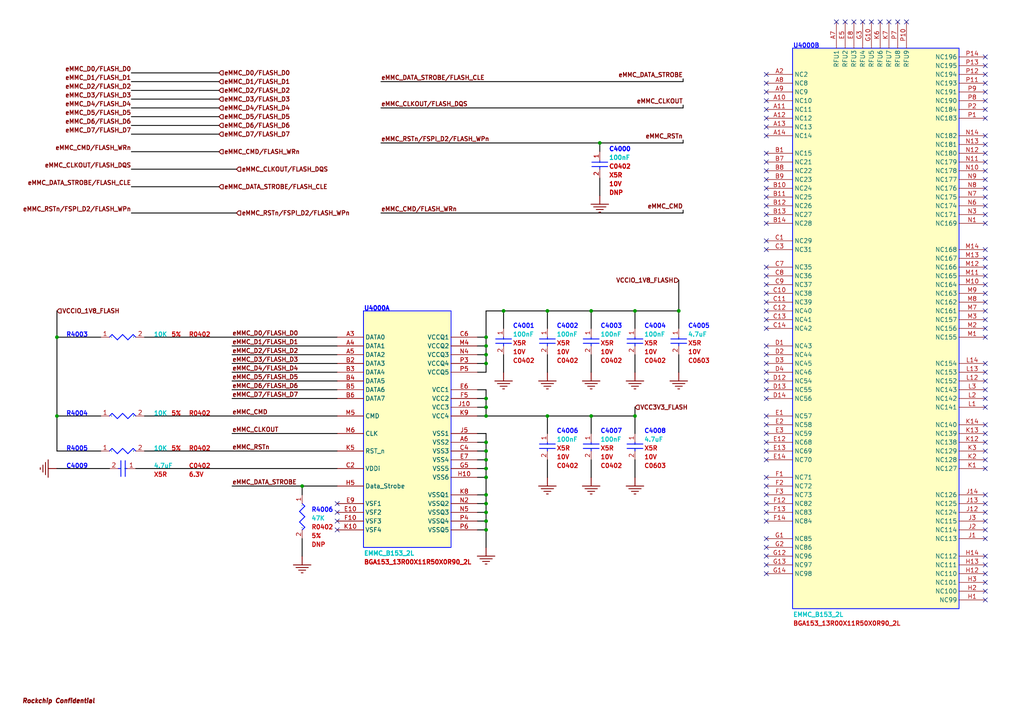
<source format=kicad_sch>
(kicad_sch (version 20231120) (generator "eeschema") (generator_version "8.0")
  (paper "User" 297.002 210.007)
  (lib_symbols
    (symbol "total-altium-import:26_0_CAP NP"
      (symbol "26_0_CAP NP_1_0"
        (polyline (pts (xy 0.254 -1.778) (xy 4.826 -1.778)) (stroke (width 0.254) (color 0 11 255 1)))
        (polyline (pts (xy 0.254 -0.508) (xy 4.826 -0.508)) (stroke (width 0.254) (color 0 11 255 1)))
        (polyline (pts (xy 2.54 -2.54) (xy 2.54 -1.778)) (stroke (width 0.254) (color 0 11 255 1)))
        (polyline (pts (xy 2.54 0) (xy 2.54 -0.508)) (stroke (width 0.254) (color 0 11 255 1)))
        (pin passive line (at 2.54 2.54 270) (length 2.54) (name "1") (number "1"))
        (pin passive line (at 2.54 -5.08 90) (length 2.54) (name "2") (number "2"))
      )
    )
    (symbol "total-altium-import:26_0_INAND_EMMC_153_2L"
      (symbol "26_0_INAND_EMMC_153_2L_1_0"
        (rectangle (start 25.4 0) (end 0 -68.58) (stroke (width 0.254) (color 0 11 255 1)) (fill (type background)))
        (pin passive line (at -7.62 -7.62 0) (length 7.62) (name "DATA0") (number "A3"))
        (pin passive line (at -7.62 -10.16 0) (length 7.62) (name "DATA1") (number "A4"))
        (pin passive line (at -7.62 -12.7 0) (length 7.62) (name "DATA2") (number "A5"))
        (pin passive line (at 33.02 -38.1 180) (length 7.62) (name "VSS2") (number "A6"))
        (pin passive line (at -7.62 -15.24 0) (length 7.62) (name "DATA3") (number "B2"))
        (pin passive line (at -7.62 -17.78 0) (length 7.62) (name "DATA4") (number "B3"))
        (pin passive line (at -7.62 -20.32 0) (length 7.62) (name "DATA5") (number "B4"))
        (pin passive line (at -7.62 -22.86 0) (length 7.62) (name "DATA6") (number "B5"))
        (pin passive line (at -7.62 -25.4 0) (length 7.62) (name "DATA7") (number "B6"))
        (pin passive line (at -7.62 -45.72 0) (length 7.62) (name "VDDi") (number "C2"))
        (pin passive line (at 33.02 -40.64 180) (length 7.62) (name "VSS3") (number "C4"))
        (pin passive line (at 33.02 -7.62 180) (length 7.62) (name "VCCQ1") (number "C6"))
        (pin passive line (at -7.62 -58.42 0) (length 7.62) (name "VSF2") (number "E10"))
        (pin passive line (at 33.02 -22.86 180) (length 7.62) (name "VCC1") (number "E6"))
        (pin passive line (at 33.02 -43.18 180) (length 7.62) (name "VSS4") (number "E7"))
        (pin passive line (at -7.62 -55.88 0) (length 7.62) (name "VSF1") (number "E9"))
        (pin passive line (at -7.62 -60.96 0) (length 7.62) (name "VSF3") (number "F10"))
        (pin passive line (at 33.02 -25.4 180) (length 7.62) (name "VCC2") (number "F5"))
        (pin passive line (at 33.02 -45.72 180) (length 7.62) (name "VSS5") (number "G5"))
        (pin passive line (at 33.02 -48.26 180) (length 7.62) (name "VSS6") (number "H10"))
        (pin passive line (at -7.62 -50.8 0) (length 7.62) (name "Data_Strobe") (number "H5"))
        (pin passive line (at 33.02 -27.94 180) (length 7.62) (name "VCC3") (number "J10"))
        (pin passive line (at 33.02 -35.56 180) (length 7.62) (name "VSS1") (number "J5"))
        (pin passive line (at -7.62 -63.5 0) (length 7.62) (name "VSF4") (number "K10"))
        (pin passive line (at -7.62 -40.64 0) (length 7.62) (name "RST_n") (number "K5"))
        (pin passive line (at 33.02 -53.34 180) (length 7.62) (name "VSSQ1") (number "K8"))
        (pin passive line (at 33.02 -30.48 180) (length 7.62) (name "VCC4") (number "K9"))
        (pin passive line (at 33.02 -10.16 180) (length 7.62) (name "VCCQ2") (number "M4"))
        (pin passive line (at -7.62 -30.48 0) (length 7.62) (name "CMD") (number "M5"))
        (pin passive line (at -7.62 -35.56 0) (length 7.62) (name "CLK") (number "M6"))
        (pin passive line (at 33.02 -55.88 180) (length 7.62) (name "VSSQ2") (number "N2"))
        (pin passive line (at 33.02 -12.7 180) (length 7.62) (name "VCCQ3") (number "N4"))
        (pin passive line (at 33.02 -58.42 180) (length 7.62) (name "VSSQ3") (number "N5"))
        (pin passive line (at 33.02 -15.24 180) (length 7.62) (name "VCCQ4") (number "P3"))
        (pin passive line (at 33.02 -60.96 180) (length 7.62) (name "VSSQ4") (number "P4"))
        (pin passive line (at 33.02 -17.78 180) (length 7.62) (name "VCCQ5") (number "P5"))
        (pin passive line (at 33.02 -63.5 180) (length 7.62) (name "VSSQ5") (number "P6"))
      )
      (symbol "26_0_INAND_EMMC_153_2L_2_0"
        (rectangle (start 48.26 0) (end 0 -162.56) (stroke (width 0.254) (color 0 11 255 1)) (fill (type background)))
        (pin passive line (at -7.62 -15.24 0) (length 7.62) (name "NC10") (number "A10"))
        (pin passive line (at -7.62 -17.78 0) (length 7.62) (name "NC11") (number "A11"))
        (pin passive line (at -7.62 -20.32 0) (length 7.62) (name "NC12") (number "A12"))
        (pin passive line (at -7.62 -22.86 0) (length 7.62) (name "NC13") (number "A13"))
        (pin passive line (at -7.62 -25.4 0) (length 7.62) (name "NC14") (number "A14"))
        (pin passive line (at -7.62 -7.62 0) (length 7.62) (name "NC2") (number "A2"))
        (pin passive line (at 12.7 7.62 270) (length 7.62) (name "RFU1") (number "A7"))
        (pin passive line (at -7.62 -10.16 0) (length 7.62) (name "NC8") (number "A8"))
        (pin passive line (at -7.62 -12.7 0) (length 7.62) (name "NC9") (number "A9"))
        (pin passive line (at -7.62 -30.48 0) (length 7.62) (name "NC15") (number "B1"))
        (pin passive line (at -7.62 -40.64 0) (length 7.62) (name "NC24") (number "B10"))
        (pin passive line (at -7.62 -43.18 0) (length 7.62) (name "NC25") (number "B11"))
        (pin passive line (at -7.62 -45.72 0) (length 7.62) (name "NC26") (number "B12"))
        (pin passive line (at -7.62 -48.26 0) (length 7.62) (name "NC27") (number "B13"))
        (pin passive line (at -7.62 -50.8 0) (length 7.62) (name "NC28") (number "B14"))
        (pin passive line (at -7.62 -33.02 0) (length 7.62) (name "NC21") (number "B7"))
        (pin passive line (at -7.62 -35.56 0) (length 7.62) (name "NC22") (number "B8"))
        (pin passive line (at -7.62 -38.1 0) (length 7.62) (name "NC23") (number "B9"))
        (pin passive line (at -7.62 -55.88 0) (length 7.62) (name "NC29") (number "C1"))
        (pin passive line (at -7.62 -71.12 0) (length 7.62) (name "NC38") (number "C10"))
        (pin passive line (at -7.62 -73.66 0) (length 7.62) (name "NC39") (number "C11"))
        (pin passive line (at -7.62 -76.2 0) (length 7.62) (name "NC40") (number "C12"))
        (pin passive line (at -7.62 -78.74 0) (length 7.62) (name "NC41") (number "C13"))
        (pin passive line (at -7.62 -81.28 0) (length 7.62) (name "NC42") (number "C14"))
        (pin passive line (at -7.62 -58.42 0) (length 7.62) (name "NC31") (number "C3"))
        (pin passive line (at -7.62 -63.5 0) (length 7.62) (name "NC35") (number "C7"))
        (pin passive line (at -7.62 -66.04 0) (length 7.62) (name "NC36") (number "C8"))
        (pin passive line (at -7.62 -68.58 0) (length 7.62) (name "NC37") (number "C9"))
        (pin passive line (at -7.62 -86.36 0) (length 7.62) (name "NC43") (number "D1"))
        (pin passive line (at -7.62 -96.52 0) (length 7.62) (name "NC54") (number "D12"))
        (pin passive line (at -7.62 -99.06 0) (length 7.62) (name "NC55") (number "D13"))
        (pin passive line (at -7.62 -101.6 0) (length 7.62) (name "NC56") (number "D14"))
        (pin passive line (at -7.62 -88.9 0) (length 7.62) (name "NC44") (number "D2"))
        (pin passive line (at -7.62 -91.44 0) (length 7.62) (name "NC45") (number "D3"))
        (pin passive line (at -7.62 -93.98 0) (length 7.62) (name "NC46") (number "D4"))
        (pin passive line (at -7.62 -106.68 0) (length 7.62) (name "NC57") (number "E1"))
        (pin passive line (at -7.62 -114.3 0) (length 7.62) (name "NC68") (number "E12"))
        (pin passive line (at -7.62 -116.84 0) (length 7.62) (name "NC69") (number "E13"))
        (pin passive line (at -7.62 -119.38 0) (length 7.62) (name "NC70") (number "E14"))
        (pin passive line (at -7.62 -109.22 0) (length 7.62) (name "NC58") (number "E2"))
        (pin passive line (at -7.62 -111.76 0) (length 7.62) (name "NC59") (number "E3"))
        (pin passive line (at 15.24 7.62 270) (length 7.62) (name "RFU2") (number "E5"))
        (pin passive line (at 17.78 7.62 270) (length 7.62) (name "RFU3") (number "E8"))
        (pin passive line (at -7.62 -124.46 0) (length 7.62) (name "NC71") (number "F1"))
        (pin passive line (at -7.62 -132.08 0) (length 7.62) (name "NC82") (number "F12"))
        (pin passive line (at -7.62 -134.62 0) (length 7.62) (name "NC83") (number "F13"))
        (pin passive line (at -7.62 -137.16 0) (length 7.62) (name "NC84") (number "F14"))
        (pin passive line (at -7.62 -127 0) (length 7.62) (name "NC72") (number "F2"))
        (pin passive line (at -7.62 -129.54 0) (length 7.62) (name "NC73") (number "F3"))
        (pin passive line (at -7.62 -142.24 0) (length 7.62) (name "NC85") (number "G1"))
        (pin passive line (at 22.86 7.62 270) (length 7.62) (name "RFU5") (number "G10"))
        (pin passive line (at -7.62 -147.32 0) (length 7.62) (name "NC96") (number "G12"))
        (pin passive line (at -7.62 -149.86 0) (length 7.62) (name "NC97") (number "G13"))
        (pin passive line (at -7.62 -152.4 0) (length 7.62) (name "NC98") (number "G14"))
        (pin passive line (at -7.62 -144.78 0) (length 7.62) (name "NC86") (number "G2"))
        (pin passive line (at 20.32 7.62 270) (length 7.62) (name "RFU4") (number "G3"))
        (pin passive line (at 55.88 -160.02 180) (length 7.62) (name "NC99") (number "H1"))
        (pin passive line (at 55.88 -152.4 180) (length 7.62) (name "NC110") (number "H12"))
        (pin passive line (at 55.88 -149.86 180) (length 7.62) (name "NC111") (number "H13"))
        (pin passive line (at 55.88 -147.32 180) (length 7.62) (name "NC112") (number "H14"))
        (pin passive line (at 55.88 -157.48 180) (length 7.62) (name "NC100") (number "H2"))
        (pin passive line (at 55.88 -154.94 180) (length 7.62) (name "NC101") (number "H3"))
        (pin passive line (at 55.88 -142.24 180) (length 7.62) (name "NC113") (number "J1"))
        (pin passive line (at 55.88 -134.62 180) (length 7.62) (name "NC124") (number "J12"))
        (pin passive line (at 55.88 -132.08 180) (length 7.62) (name "NC125") (number "J13"))
        (pin passive line (at 55.88 -129.54 180) (length 7.62) (name "NC126") (number "J14"))
        (pin passive line (at 55.88 -139.7 180) (length 7.62) (name "NC114") (number "J2"))
        (pin passive line (at 55.88 -137.16 180) (length 7.62) (name "NC115") (number "J3"))
        (pin passive line (at 55.88 -121.92 180) (length 7.62) (name "NC127") (number "K1"))
        (pin passive line (at 55.88 -114.3 180) (length 7.62) (name "NC138") (number "K12"))
        (pin passive line (at 55.88 -111.76 180) (length 7.62) (name "NC139") (number "K13"))
        (pin passive line (at 55.88 -109.22 180) (length 7.62) (name "NC140") (number "K14"))
        (pin passive line (at 55.88 -119.38 180) (length 7.62) (name "NC128") (number "K2"))
        (pin passive line (at 55.88 -116.84 180) (length 7.62) (name "NC129") (number "K3"))
        (pin passive line (at 25.4 7.62 270) (length 7.62) (name "RFU6") (number "K6"))
        (pin passive line (at 27.94 7.62 270) (length 7.62) (name "RFU7") (number "K7"))
        (pin passive line (at 55.88 -104.14 180) (length 7.62) (name "NC141") (number "L1"))
        (pin passive line (at 55.88 -96.52 180) (length 7.62) (name "NC152") (number "L12"))
        (pin passive line (at 55.88 -93.98 180) (length 7.62) (name "NC153") (number "L13"))
        (pin passive line (at 55.88 -91.44 180) (length 7.62) (name "NC154") (number "L14"))
        (pin passive line (at 55.88 -101.6 180) (length 7.62) (name "NC142") (number "L2"))
        (pin passive line (at 55.88 -99.06 180) (length 7.62) (name "NC143") (number "L3"))
        (pin passive line (at 55.88 -83.82 180) (length 7.62) (name "NC155") (number "M1"))
        (pin passive line (at 55.88 -68.58 180) (length 7.62) (name "NC164") (number "M10"))
        (pin passive line (at 55.88 -66.04 180) (length 7.62) (name "NC165") (number "M11"))
        (pin passive line (at 55.88 -63.5 180) (length 7.62) (name "NC166") (number "M12"))
        (pin passive line (at 55.88 -60.96 180) (length 7.62) (name "NC167") (number "M13"))
        (pin passive line (at 55.88 -58.42 180) (length 7.62) (name "NC168") (number "M14"))
        (pin passive line (at 55.88 -81.28 180) (length 7.62) (name "NC156") (number "M2"))
        (pin passive line (at 55.88 -78.74 180) (length 7.62) (name "NC157") (number "M3"))
        (pin passive line (at 55.88 -76.2 180) (length 7.62) (name "NC161") (number "M7"))
        (pin passive line (at 55.88 -73.66 180) (length 7.62) (name "NC162") (number "M8"))
        (pin passive line (at 55.88 -71.12 180) (length 7.62) (name "NC163") (number "M9"))
        (pin passive line (at 55.88 -50.8 180) (length 7.62) (name "NC169") (number "N1"))
        (pin passive line (at 55.88 -35.56 180) (length 7.62) (name "NC178") (number "N10"))
        (pin passive line (at 55.88 -33.02 180) (length 7.62) (name "NC179") (number "N11"))
        (pin passive line (at 55.88 -30.48 180) (length 7.62) (name "NC180") (number "N12"))
        (pin passive line (at 55.88 -27.94 180) (length 7.62) (name "NC181") (number "N13"))
        (pin passive line (at 55.88 -25.4 180) (length 7.62) (name "NC182") (number "N14"))
        (pin passive line (at 55.88 -48.26 180) (length 7.62) (name "NC171") (number "N3"))
        (pin passive line (at 55.88 -45.72 180) (length 7.62) (name "NC174") (number "N6"))
        (pin passive line (at 55.88 -43.18 180) (length 7.62) (name "NC175") (number "N7"))
        (pin passive line (at 55.88 -40.64 180) (length 7.62) (name "NC176") (number "N8"))
        (pin passive line (at 55.88 -38.1 180) (length 7.62) (name "NC177") (number "N9"))
        (pin passive line (at 55.88 -20.32 180) (length 7.62) (name "NC183") (number "P1"))
        (pin passive line (at 33.02 7.62 270) (length 7.62) (name "RFU9") (number "P10"))
        (pin passive line (at 55.88 -10.16 180) (length 7.62) (name "NC193") (number "P11"))
        (pin passive line (at 55.88 -7.62 180) (length 7.62) (name "NC194") (number "P12"))
        (pin passive line (at 55.88 -5.08 180) (length 7.62) (name "NC195") (number "P13"))
        (pin passive line (at 55.88 -2.54 180) (length 7.62) (name "NC196") (number "P14"))
        (pin passive line (at 55.88 -17.78 180) (length 7.62) (name "NC184") (number "P2"))
        (pin passive line (at 30.48 7.62 270) (length 7.62) (name "RFU8") (number "P7"))
        (pin passive line (at 55.88 -15.24 180) (length 7.62) (name "NC190") (number "P8"))
        (pin passive line (at 55.88 -12.7 180) (length 7.62) (name "NC191") (number "P9"))
      )
    )
    (symbol "total-altium-import:26_0_RESISTOR"
      (symbol "26_0_RESISTOR_1_0"
        (polyline (pts (xy 1.778 -5.334) (xy 3.302 -6.858)) (stroke (width 0.254) (color 0 11 255 1)))
        (polyline (pts (xy 1.778 -2.286) (xy 3.302 -3.81)) (stroke (width 0.254) (color 0 11 255 1)))
        (polyline (pts (xy 2.54 0) (xy 3.302 -0.762)) (stroke (width 0.254) (color 0 11 255 1)))
        (polyline (pts (xy 3.302 -6.858) (xy 2.54 -7.62)) (stroke (width 0.254) (color 0 11 255 1)))
        (polyline (pts (xy 3.302 -3.81) (xy 1.778 -5.334)) (stroke (width 0.254) (color 0 11 255 1)))
        (polyline (pts (xy 3.302 -0.762) (xy 1.778 -2.286)) (stroke (width 0.254) (color 0 11 255 1)))
        (pin passive line (at 2.54 2.54 270) (length 2.54) (name "1") (number "1"))
        (pin passive line (at 2.54 -10.16 90) (length 2.54) (name "2") (number "2"))
      )
    )
    (symbol "total-altium-import:26_0_mirrored_CAP NP"
      (symbol "26_0_mirrored_CAP NP_1_0"
        (polyline (pts (xy -2.54 -2.54) (xy -2.54 -1.778)) (stroke (width 0.254) (color 0 11 255 1)))
        (polyline (pts (xy -2.54 0) (xy -2.54 -0.508)) (stroke (width 0.254) (color 0 11 255 1)))
        (polyline (pts (xy -0.254 -1.778) (xy -4.826 -1.778)) (stroke (width 0.254) (color 0 11 255 1)))
        (polyline (pts (xy -0.254 -0.508) (xy -4.826 -0.508)) (stroke (width 0.254) (color 0 11 255 1)))
        (pin passive line (at -2.54 2.54 270) (length 2.54) (name "1") (number "1"))
        (pin passive line (at -2.54 -5.08 90) (length 2.54) (name "2") (number "2"))
      )
    )
    (symbol "total-altium-import:26_1_RESISTOR"
      (symbol "26_1_RESISTOR_1_0"
        (polyline (pts (xy 0 2.54) (xy 0.762 3.302)) (stroke (width 0.254) (color 0 11 255 1)))
        (polyline (pts (xy 0.762 3.302) (xy 2.286 1.778)) (stroke (width 0.254) (color 0 11 255 1)))
        (polyline (pts (xy 2.286 1.778) (xy 3.81 3.302)) (stroke (width 0.254) (color 0 11 255 1)))
        (polyline (pts (xy 3.81 3.302) (xy 5.334 1.778)) (stroke (width 0.254) (color 0 11 255 1)))
        (polyline (pts (xy 5.334 1.778) (xy 6.858 3.302)) (stroke (width 0.254) (color 0 11 255 1)))
        (polyline (pts (xy 6.858 3.302) (xy 7.62 2.54)) (stroke (width 0.254) (color 0 11 255 1)))
        (pin passive line (at -2.54 2.54 0) (length 2.54) (name "1") (number "1"))
        (pin passive line (at 10.16 2.54 180) (length 2.54) (name "2") (number "2"))
      )
    )
    (symbol "total-altium-import:26_3_CAP NP"
      (symbol "26_3_CAP NP_1_0"
        (polyline (pts (xy -2.54 -2.54) (xy -1.778 -2.54)) (stroke (width 0.254) (color 0 11 255 1)))
        (polyline (pts (xy -1.778 -0.254) (xy -1.778 -4.826)) (stroke (width 0.254) (color 0 11 255 1)))
        (polyline (pts (xy -0.508 -0.254) (xy -0.508 -4.826)) (stroke (width 0.254) (color 0 11 255 1)))
        (polyline (pts (xy 0 -2.54) (xy -0.508 -2.54)) (stroke (width 0.254) (color 0 11 255 1)))
        (pin passive line (at 2.54 -2.54 180) (length 2.54) (name "1") (number "1"))
        (pin passive line (at -5.08 -2.54 0) (length 2.54) (name "2") (number "2"))
      )
    )
    (symbol "total-altium-import:GND_POWER_GROUND" (power)
      (property "Reference" "#PWR" (at 0 0 0))
      (property "Value" "GND" (at 0 6.35 0))
      (symbol "GND_POWER_GROUND_0_0"
        (polyline (pts (xy -2.54 -2.54) (xy 2.54 -2.54)) (stroke (width 0.254)))
        (polyline (pts (xy -1.778 -3.302) (xy 1.778 -3.302)) (stroke (width 0.254)))
        (polyline (pts (xy -1.016 -4.064) (xy 1.016 -4.064)) (stroke (width 0.254)))
        (polyline (pts (xy -0.254 -4.826) (xy 0.254 -4.826)) (stroke (width 0.254)))
        (polyline (pts (xy 0 0) (xy 0 -2.54)) (stroke (width 0.254)))
        (pin power_in line (at 0 0 0) (length 0) hide (name "GND") (number ""))
      )
    )
  )
  (junction (at 140.97 97.79))
  (junction (at 140.97 105.41))
  (junction (at 140.97 146.05))
  (junction (at 146.05 90.17))
  (junction (at 140.97 153.67))
  (junction (at 171.45 120.65))
  (junction (at 16.51 97.79))
  (junction (at 158.75 90.17))
  (junction (at 140.97 138.43))
  (junction (at 140.97 102.87))
  (junction (at 196.85 90.17))
  (junction (at 184.15 90.17))
  (junction (at 184.15 120.65))
  (junction (at 140.97 151.13))
  (junction (at 140.97 135.89))
  (junction (at 173.9474 41.4528))
  (junction (at 140.97 143.51))
  (junction (at 140.97 148.59))
  (junction (at 140.97 130.81))
  (junction (at 87.63 140.97))
  (junction (at 140.97 120.65))
  (junction (at 16.51 120.65))
  (junction (at 140.97 100.33))
  (junction (at 158.75 120.65))
  (junction (at 171.45 90.17))
  (junction (at 140.97 133.35))
  (junction (at 140.97 118.11))
  (junction (at 140.97 115.57))
  (junction (at 140.97 128.27))
  (no_connect (at 222.25 92.71))
  (no_connect (at 285.75 163.83))
  (no_connect (at 285.75 135.89))
  (no_connect (at 222.25 85.09))
  (no_connect (at 285.75 118.11))
  (no_connect (at 285.75 49.53))
  (no_connect (at 222.25 130.81))
  (no_connect (at 222.25 52.07))
  (no_connect (at 285.75 64.77))
  (no_connect (at 285.75 16.51))
  (no_connect (at 222.25 44.45))
  (no_connect (at 222.25 34.29))
  (no_connect (at 285.75 115.57))
  (no_connect (at 285.75 77.47))
  (no_connect (at 222.25 113.03))
  (no_connect (at 285.75 44.45))
  (no_connect (at 222.25 115.57))
  (no_connect (at 97.79 146.05))
  (no_connect (at 285.75 31.75))
  (no_connect (at 222.25 146.05))
  (no_connect (at 222.25 36.83))
  (no_connect (at 222.25 31.75))
  (no_connect (at 262.89 6.35))
  (no_connect (at 285.75 57.15))
  (no_connect (at 285.75 161.29))
  (no_connect (at 222.25 125.73))
  (no_connect (at 222.25 148.59))
  (no_connect (at 285.75 130.81))
  (no_connect (at 285.75 24.13))
  (no_connect (at 222.25 69.85))
  (no_connect (at 285.75 29.21))
  (no_connect (at 222.25 138.43))
  (no_connect (at 222.25 158.75))
  (no_connect (at 285.75 166.37))
  (no_connect (at 285.75 153.67))
  (no_connect (at 285.75 62.23))
  (no_connect (at 222.25 64.77))
  (no_connect (at 285.75 123.19))
  (no_connect (at 222.25 128.27))
  (no_connect (at 222.25 82.55))
  (no_connect (at 97.79 148.59))
  (no_connect (at 285.75 128.27))
  (no_connect (at 222.25 80.01))
  (no_connect (at 222.25 72.39))
  (no_connect (at 222.25 163.83))
  (no_connect (at 222.25 166.37))
  (no_connect (at 285.75 125.73))
  (no_connect (at 222.25 24.13))
  (no_connect (at 222.25 161.29))
  (no_connect (at 222.25 21.59))
  (no_connect (at 222.25 100.33))
  (no_connect (at 222.25 29.21))
  (no_connect (at 285.75 133.35))
  (no_connect (at 285.75 52.07))
  (no_connect (at 245.11 6.35))
  (no_connect (at 222.25 90.17))
  (no_connect (at 285.75 110.49))
  (no_connect (at 222.25 123.19))
  (no_connect (at 222.25 77.47))
  (no_connect (at 222.25 46.99))
  (no_connect (at 222.25 110.49))
  (no_connect (at 222.25 87.63))
  (no_connect (at 285.75 19.05))
  (no_connect (at 285.75 72.39))
  (no_connect (at 285.75 82.55))
  (no_connect (at 97.79 151.13))
  (no_connect (at 285.75 34.29))
  (no_connect (at 285.75 46.99))
  (no_connect (at 222.25 59.69))
  (no_connect (at 285.75 92.71))
  (no_connect (at 250.19 6.35))
  (no_connect (at 285.75 168.91))
  (no_connect (at 222.25 120.65))
  (no_connect (at 285.75 39.37))
  (no_connect (at 260.35 6.35))
  (no_connect (at 285.75 90.17))
  (no_connect (at 285.75 85.09))
  (no_connect (at 222.25 133.35))
  (no_connect (at 222.25 54.61))
  (no_connect (at 285.75 143.51))
  (no_connect (at 285.75 173.99))
  (no_connect (at 285.75 80.01))
  (no_connect (at 285.75 21.59))
  (no_connect (at 285.75 113.03))
  (no_connect (at 222.25 26.67))
  (no_connect (at 285.75 105.41))
  (no_connect (at 222.25 102.87))
  (no_connect (at 222.25 49.53))
  (no_connect (at 255.27 6.35))
  (no_connect (at 285.75 156.21))
  (no_connect (at 242.57 6.35))
  (no_connect (at 285.75 171.45))
  (no_connect (at 247.65 6.35))
  (no_connect (at 285.75 148.59))
  (no_connect (at 285.75 59.69))
  (no_connect (at 222.25 143.51))
  (no_connect (at 222.25 95.25))
  (no_connect (at 222.25 39.37))
  (no_connect (at 257.81 6.35))
  (no_connect (at 285.75 151.13))
  (no_connect (at 285.75 97.79))
  (no_connect (at 222.25 57.15))
  (no_connect (at 285.75 146.05))
  (no_connect (at 285.75 87.63))
  (no_connect (at 285.75 26.67))
  (no_connect (at 285.75 74.93))
  (no_connect (at 222.25 156.21))
  (no_connect (at 285.75 107.95))
  (no_connect (at 222.25 62.23))
  (no_connect (at 222.25 151.13))
  (no_connect (at 285.75 54.61))
  (no_connect (at 252.73 6.35))
  (no_connect (at 222.25 107.95))
  (no_connect (at 97.79 153.67))
  (no_connect (at 222.25 140.97))
  (no_connect (at 222.25 105.41))
  (no_connect (at 285.75 41.91))
  (no_connect (at 285.75 95.25))
  (wire (pts (xy 171.45 90.17) (xy 171.45 95.25)) (stroke (width 0.25) (color 0 0 0 1)))
  (wire (pts (xy 87.63 140.97) (xy 67.31 140.97)) (stroke (width 0.25) (color 0 0 0 1)))
  (wire (pts (xy 171.45 120.65) (xy 184.15 120.65)) (stroke (width 0.25) (color 0 0 0 1)))
  (wire (pts (xy 138.43 133.35) (xy 140.97 133.35)) (stroke (width 0.25) (color 0 0 0 1)))
  (wire (pts (xy 198.12 40.64) (xy 198.12 41.4528)) (stroke (width 0.25) (color 0 0 0 1)))
  (wire (pts (xy 138.43 120.65) (xy 140.97 120.65)) (stroke (width 0.25) (color 0 0 0 1)))
  (wire (pts (xy 97.79 125.73) (xy 67.31 125.73)) (stroke (width 0.25) (color 0 0 0 1)))
  (wire (pts (xy 146.05 90.17) (xy 140.97 90.17)) (stroke (width 0.25) (color 0 0 0 1)))
  (wire (pts (xy 29.21 120.65) (xy 16.51 120.65)) (stroke (width 0.25) (color 0 0 0 1)))
  (wire (pts (xy 140.97 90.17) (xy 140.97 97.79)) (stroke (width 0.25) (color 0 0 0 1)))
  (wire (pts (xy 198.12 60.96) (xy 198.12 61.7728)) (stroke (width 0.25) (color 0 0 0 1)))
  (wire (pts (xy 97.79 97.79) (xy 41.91 97.79)) (stroke (width 0.25) (color 0 0 0 1)))
  (wire (pts (xy 140.97 120.65) (xy 140.97 118.11)) (stroke (width 0.25) (color 0 0 0 1)))
  (wire (pts (xy 68.58 49.0728) (xy 38.1 49.0728)) (stroke (width 0.25) (color 0 0 0 1)))
  (wire (pts (xy 146.05 90.17) (xy 146.05 95.25)) (stroke (width 0.25) (color 0 0 0 1)))
  (wire (pts (xy 68.58 61.7728) (xy 38.1 61.7728)) (stroke (width 0.25) (color 0 0 0 1)))
  (wire (pts (xy 63.5 21.1328) (xy 38.1 21.1328)) (stroke (width 0.25) (color 0 0 0 1)))
  (wire (pts (xy 184.15 95.25) (xy 184.15 90.17)) (stroke (width 0.25) (color 0 0 0 1)))
  (wire (pts (xy 146.05 107.95) (xy 146.05 102.87)) (stroke (width 0.25) (color 0 0 0 1)))
  (wire (pts (xy 138.43 148.59) (xy 140.97 148.59)) (stroke (width 0.25) (color 0 0 0 1)))
  (wire (pts (xy 140.97 97.79) (xy 140.97 100.33)) (stroke (width 0.25) (color 0 0 0 1)))
  (wire (pts (xy 173.9474 41.4528) (xy 198.12 41.4528)) (stroke (width 0.25) (color 0 0 0 1)))
  (wire (pts (xy 97.79 105.41) (xy 67.31 105.41)) (stroke (width 0.25) (color 0 0 0 1)))
  (wire (pts (xy 63.5 31.2928) (xy 38.1 31.2928)) (stroke (width 0.25) (color 0 0 0 1)))
  (wire (pts (xy 198.12 22.86) (xy 198.12 23.6728)) (stroke (width 0.25) (color 0 0 0 1)))
  (wire (pts (xy 184.15 120.65) (xy 184.15 118.11)) (stroke (width 0.25) (color 0 0 0 1)))
  (wire (pts (xy 140.97 118.11) (xy 140.97 115.57)) (stroke (width 0.25) (color 0 0 0 1)))
  (wire (pts (xy 158.75 138.43) (xy 158.75 133.35)) (stroke (width 0.25) (color 0 0 0 1)))
  (wire (pts (xy 140.97 151.13) (xy 140.97 148.59)) (stroke (width 0.25) (color 0 0 0 1)))
  (wire (pts (xy 97.79 130.81) (xy 41.91 130.81)) (stroke (width 0.25) (color 0 0 0 1)))
  (wire (pts (xy 97.79 100.33) (xy 67.31 100.33)) (stroke (width 0.25) (color 0 0 0 1)))
  (wire (pts (xy 97.79 102.87) (xy 67.31 102.87)) (stroke (width 0.25) (color 0 0 0 1)))
  (wire (pts (xy 140.97 130.81) (xy 140.97 128.27)) (stroke (width 0.25) (color 0 0 0 1)))
  (wire (pts (xy 16.51 120.65) (xy 16.51 97.79)) (stroke (width 0.25) (color 0 0 0 1)))
  (wire (pts (xy 196.85 107.95) (xy 196.85 102.87)) (stroke (width 0.25) (color 0 0 0 1)))
  (wire (pts (xy 140.97 102.87) (xy 138.43 102.87)) (stroke (width 0.25) (color 0 0 0 1)))
  (wire (pts (xy 110.49 23.6728) (xy 198.12 23.6728)) (stroke (width 0.25) (color 0 0 0 1)))
  (wire (pts (xy 63.5 26.2128) (xy 38.1 26.2128)) (stroke (width 0.25) (color 0 0 0 1)))
  (wire (pts (xy 16.51 97.79) (xy 16.51 90.17)) (stroke (width 0.25) (color 0 0 0 1)))
  (wire (pts (xy 140.97 107.95) (xy 138.43 107.95)) (stroke (width 0.25) (color 0 0 0 1)))
  (wire (pts (xy 140.97 120.65) (xy 158.75 120.65)) (stroke (width 0.25) (color 0 0 0 1)))
  (wire (pts (xy 140.97 138.43) (xy 140.97 135.89)) (stroke (width 0.25) (color 0 0 0 1)))
  (wire (pts (xy 158.75 95.25) (xy 158.75 90.17)) (stroke (width 0.25) (color 0 0 0 1)))
  (wire (pts (xy 140.97 128.27) (xy 140.97 125.73)) (stroke (width 0.25) (color 0 0 0 1)))
  (wire (pts (xy 140.97 105.41) (xy 138.43 105.41)) (stroke (width 0.25) (color 0 0 0 1)))
  (wire (pts (xy 138.43 138.43) (xy 140.97 138.43)) (stroke (width 0.25) (color 0 0 0 1)))
  (wire (pts (xy 173.9474 56.6928) (xy 173.9474 51.6128)) (stroke (width 0.25) (color 0 0 0 1)))
  (wire (pts (xy 41.91 120.65) (xy 97.79 120.65)) (stroke (width 0.25) (color 0 0 0 1)))
  (wire (pts (xy 97.79 113.03) (xy 67.31 113.03)) (stroke (width 0.25) (color 0 0 0 1)))
  (wire (pts (xy 138.43 146.05) (xy 140.97 146.05)) (stroke (width 0.25) (color 0 0 0 1)))
  (wire (pts (xy 16.51 130.81) (xy 16.51 120.65)) (stroke (width 0.25) (color 0 0 0 1)))
  (wire (pts (xy 138.43 118.11) (xy 140.97 118.11)) (stroke (width 0.25) (color 0 0 0 1)))
  (wire (pts (xy 110.49 41.4528) (xy 173.9474 41.4528)) (stroke (width 0.25) (color 0 0 0 1)))
  (wire (pts (xy 171.45 90.17) (xy 158.75 90.17)) (stroke (width 0.25) (color 0 0 0 1)))
  (wire (pts (xy 97.79 110.49) (xy 67.31 110.49)) (stroke (width 0.25) (color 0 0 0 1)))
  (wire (pts (xy 171.45 120.65) (xy 158.75 120.65)) (stroke (width 0.25) (color 0 0 0 1)))
  (wire (pts (xy 140.97 146.05) (xy 140.97 143.51)) (stroke (width 0.25) (color 0 0 0 1)))
  (wire (pts (xy 110.49 31.2928) (xy 198.12 31.2928)) (stroke (width 0.25) (color 0 0 0 1)))
  (wire (pts (xy 140.97 143.51) (xy 138.43 143.51)) (stroke (width 0.25) (color 0 0 0 1)))
  (wire (pts (xy 140.97 125.73) (xy 138.43 125.73)) (stroke (width 0.25) (color 0 0 0 1)))
  (wire (pts (xy 97.79 135.89) (xy 39.37 135.89)) (stroke (width 0.25) (color 0 0 0 1)))
  (wire (pts (xy 38.1 54.1528) (xy 63.5 54.1528)) (stroke (width 0.25) (color 0 0 0 1)))
  (wire (pts (xy 110.49 61.7728) (xy 198.12 61.7728)) (stroke (width 0.25) (color 0 0 0 1)))
  (wire (pts (xy 198.12 30.48) (xy 198.12 31.2928)) (stroke (width 0.25) (color 0 0 0 1)))
  (wire (pts (xy 138.43 115.57) (xy 140.97 115.57)) (stroke (width 0.25) (color 0 0 0 1)))
  (wire (pts (xy 63.5 38.9128) (xy 38.1 38.9128)) (stroke (width 0.25) (color 0 0 0 1)))
  (wire (pts (xy 97.79 107.95) (xy 67.31 107.95)) (stroke (width 0.25) (color 0 0 0 1)))
  (wire (pts (xy 140.97 100.33) (xy 138.43 100.33)) (stroke (width 0.25) (color 0 0 0 1)))
  (wire (pts (xy 184.15 107.95) (xy 184.15 102.87)) (stroke (width 0.25) (color 0 0 0 1)))
  (wire (pts (xy 87.63 143.51) (xy 87.63 140.97)) (stroke (width 0.25) (color 0 0 0 1)))
  (wire (pts (xy 184.15 138.43) (xy 184.15 133.35)) (stroke (width 0.25) (color 0 0 0 1)))
  (wire (pts (xy 138.43 128.27) (xy 140.97 128.27)) (stroke (width 0.25) (color 0 0 0 1)))
  (wire (pts (xy 138.43 153.67) (xy 140.97 153.67)) (stroke (width 0.25) (color 0 0 0 1)))
  (wire (pts (xy 63.5 36.3728) (xy 38.1 36.3728)) (stroke (width 0.25) (color 0 0 0 1)))
  (wire (pts (xy 173.9474 43.9928) (xy 173.9474 41.4528)) (stroke (width 0.25) (color 0 0 0 1)))
  (wire (pts (xy 158.75 90.17) (xy 146.05 90.17)) (stroke (width 0.25) (color 0 0 0 1)))
  (wire (pts (xy 63.5 33.8328) (xy 38.1 33.8328)) (stroke (width 0.25) (color 0 0 0 1)))
  (wire (pts (xy 140.97 113.03) (xy 138.43 113.03)) (stroke (width 0.25) (color 0 0 0 1)))
  (wire (pts (xy 140.97 133.35) (xy 140.97 130.81)) (stroke (width 0.25) (color 0 0 0 1)))
  (wire (pts (xy 63.5 23.6728) (xy 38.1 23.6728)) (stroke (width 0.25) (color 0 0 0 1)))
  (wire (pts (xy 140.97 115.57) (xy 140.97 113.03)) (stroke (width 0.25) (color 0 0 0 1)))
  (wire (pts (xy 29.21 130.81) (xy 16.51 130.81)) (stroke (width 0.25) (color 0 0 0 1)))
  (wire (pts (xy 87.63 161.29) (xy 87.63 156.21)) (stroke (width 0.25) (color 0 0 0 1)))
  (wire (pts (xy 138.43 135.89) (xy 140.97 135.89)) (stroke (width 0.25) (color 0 0 0 1)))
  (wire (pts (xy 140.97 105.41) (xy 140.97 107.95)) (stroke (width 0.25) (color 0 0 0 1)))
  (wire (pts (xy 29.21 97.79) (xy 16.51 97.79)) (stroke (width 0.25) (color 0 0 0 1)))
  (wire (pts (xy 140.97 135.89) (xy 140.97 133.35)) (stroke (width 0.25) (color 0 0 0 1)))
  (wire (pts (xy 138.43 130.81) (xy 140.97 130.81)) (stroke (width 0.25) (color 0 0 0 1)))
  (wire (pts (xy 97.79 115.57) (xy 67.31 115.57)) (stroke (width 0.25) (color 0 0 0 1)))
  (wire (pts (xy 196.85 90.17) (xy 196.85 81.28)) (stroke (width 0.25) (color 0 0 0 1)))
  (wire (pts (xy 140.97 143.51) (xy 140.97 138.43)) (stroke (width 0.25) (color 0 0 0 1)))
  (wire (pts (xy 171.45 138.43) (xy 171.45 133.35)) (stroke (width 0.25) (color 0 0 0 1)))
  (wire (pts (xy 138.43 151.13) (xy 140.97 151.13)) (stroke (width 0.25) (color 0 0 0 1)))
  (wire (pts (xy 63.5 43.9928) (xy 38.1 43.9928)) (stroke (width 0.25) (color 0 0 0 1)))
  (wire (pts (xy 31.75 135.89) (xy 16.51 135.89)) (stroke (width 0.25) (color 0 0 0 1)))
  (wire (pts (xy 87.63 140.97) (xy 97.79 140.97)) (stroke (width 0.25) (color 0 0 0 1)))
  (wire (pts (xy 184.15 90.17) (xy 171.45 90.17)) (stroke (width 0.25) (color 0 0 0 1)))
  (wire (pts (xy 140.97 97.79) (xy 138.43 97.79)) (stroke (width 0.25) (color 0 0 0 1)))
  (wire (pts (xy 158.75 107.95) (xy 158.75 102.87)) (stroke (width 0.25) (color 0 0 0 1)))
  (wire (pts (xy 184.15 90.17) (xy 196.85 90.17)) (stroke (width 0.25) (color 0 0 0 1)))
  (wire (pts (xy 158.75 120.65) (xy 158.75 125.73)) (stroke (width 0.25) (color 0 0 0 1)))
  (wire (pts (xy 184.15 125.73) (xy 184.15 120.65)) (stroke (width 0.25) (color 0 0 0 1)))
  (wire (pts (xy 140.97 148.59) (xy 140.97 146.05)) (stroke (width 0.25) (color 0 0 0 1)))
  (wire (pts (xy 140.97 158.75) (xy 140.97 153.67)) (stroke (width 0.25) (color 0 0 0 1)))
  (wire (pts (xy 171.45 125.73) (xy 171.45 120.65)) (stroke (width 0.25) (color 0 0 0 1)))
  (wire (pts (xy 140.97 102.87) (xy 140.97 105.41)) (stroke (width 0.25) (color 0 0 0 1)))
  (wire (pts (xy 171.45 107.95) (xy 171.45 102.87)) (stroke (width 0.25) (color 0 0 0 1)))
  (wire (pts (xy 140.97 153.67) (xy 140.97 151.13)) (stroke (width 0.25) (color 0 0 0 1)))
  (wire (pts (xy 140.97 100.33) (xy 140.97 102.87)) (stroke (width 0.25) (color 0 0 0 1)))
  (wire (pts (xy 63.5 28.7528) (xy 38.1 28.7528)) (stroke (width 0.25) (color 0 0 0 1)))
  (wire (pts (xy 196.85 95.25) (xy 196.85 90.17)) (stroke (width 0.25) (color 0 0 0 1)))
  (text "Rockchip Confidential" (at 6.35 204.216 0) (effects (font (size 1.27 1.27) (thickness 0.4826) (bold yes) (italic yes)) (justify left bottom)))
  (label "eMMC_CLKOUT/FLASH_DQS" (at 38.1 49.0728 180) (effects (font (size 1.25 1.25) (bold yes))))
  (label "eMMC_D0/FLASH_D0" (at 67.31 97.79 0) (effects (font (size 1.25 1.25) (bold yes))))
  (label "eMMC_RSTn" (at 198.12 40.64 180) (effects (font (size 1.25 1.25) (bold yes))))
  (label "eMMC_CMD" (at 198.12 60.96 180) (effects (font (size 1.25 1.25) (bold yes))))
  (label "eMMC_CMD/FLASH_WRn" (at 38.1 43.9928 180) (effects (font (size 1.25 1.25) (bold yes))))
  (label "eMMC_D1/FLASH_D1" (at 38.1 23.6728 180) (effects (font (size 1.25 1.25) (bold yes))))
  (label "eMMC_DATA_STROBE/FLASH_CLE" (at 38.1 54.1528 180) (effects (font (size 1.25 1.25) (bold yes))))
  (label "eMMC_CMD" (at 67.31 120.65 0) (effects (font (size 1.25 1.25) (bold yes))))
  (label "eMMC_RSTn" (at 67.31 130.81 0) (effects (font (size 1.25 1.25) (bold yes))))
  (label "eMMC_CLKOUT" (at 67.31 125.73 0) (effects (font (size 1.25 1.25) (bold yes))))
  (label "eMMC_CLKOUT/FLASH_DQS" (at 110.49 31.2928 0) (effects (font (size 1.25 1.25) (bold yes))))
  (label "eMMC_D5/FLASH_D5" (at 38.1 33.8328 180) (effects (font (size 1.25 1.25) (bold yes))))
  (label "eMMC_D2/FLASH_D2" (at 67.31 102.87 0) (effects (font (size 1.25 1.25) (bold yes))))
  (label "eMMC_DATA_STROBE" (at 198.12 22.86 180) (effects (font (size 1.25 1.25) (bold yes))))
  (label "eMMC_D4/FLASH_D4" (at 38.1 31.2928 180) (effects (font (size 1.25 1.25) (bold yes))))
  (label "eMMC_CMD/FLASH_WRn" (at 110.49 61.7728 0) (effects (font (size 1.25 1.25) (bold yes))))
  (label "eMMC_D1/FLASH_D1" (at 67.31 100.33 0) (effects (font (size 1.25 1.25) (bold yes))))
  (label "eMMC_RSTn/FSPI_D2/FLASH_WPn" (at 110.49 41.4528 0) (effects (font (size 1.25 1.25) (bold yes))))
  (label "eMMC_D4/FLASH_D4" (at 67.31 107.95 0) (effects (font (size 1.25 1.25) (bold yes))))
  (label "eMMC_D2/FLASH_D2" (at 38.1 26.2128 180) (effects (font (size 1.25 1.25) (bold yes))))
  (label "eMMC_CLKOUT" (at 198.12 30.48 180) (effects (font (size 1.25 1.25) (bold yes))))
  (label "eMMC_D7/FLASH_D7" (at 38.1 38.9128 180) (effects (font (size 1.25 1.25) (bold yes))))
  (label "eMMC_D3/FLASH_D3" (at 67.31 105.41 0) (effects (font (size 1.25 1.25) (bold yes))))
  (label "eMMC_D5/FLASH_D5" (at 67.31 110.49 0) (effects (font (size 1.25 1.25) (bold yes))))
  (label "eMMC_D6/FLASH_D6" (at 67.31 113.03 0) (effects (font (size 1.25 1.25) (bold yes))))
  (label "eMMC_D3/FLASH_D3" (at 38.1 28.7528 180) (effects (font (size 1.25 1.25) (bold yes))))
  (label "eMMC_D6/FLASH_D6" (at 38.1 36.3728 180) (effects (font (size 1.25 1.25) (bold yes))))
  (label "eMMC_RSTn/FSPI_D2/FLASH_WPn" (at 38.1 61.7728 180) (effects (font (size 1.25 1.25) (bold yes))))
  (label "eMMC_D7/FLASH_D7" (at 67.31 115.57 0) (effects (font (size 1.25 1.25) (bold yes))))
  (label "eMMC_D0/FLASH_D0" (at 38.1 21.1328 180) (effects (font (size 1.25 1.25) (bold yes))))
  (label "eMMC_DATA_STROBE/FLASH_CLE" (at 110.49 23.6728 0) (effects (font (size 1.25 1.25) (bold yes))))
  (label "eMMC_DATA_STROBE" (at 67.31 140.97 0) (effects (font (size 1.25 1.25) (bold yes))))
  (hierarchical_label "eMMC_D3{slash}FLASH_D3" (shape input) (at 63.5 28.7528 0) (effects (font (size 1.25 1.25) (bold yes))))
  (hierarchical_label "eMMC_D5{slash}FLASH_D5" (shape input) (at 63.5 33.8328 0) (effects (font (size 1.25 1.25) (bold yes))))
  (hierarchical_label "VCCIO_1V8_FLASH" (shape input) (at 16.51 90.17 0) (effects (font (size 1.25 1.25) (bold yes))))
  (hierarchical_label "eMMC_DATA_STROBE{slash}FLASH_CLE" (shape input) (at 63.5 54.1528 0) (effects (font (size 1.25 1.25) (bold yes))))
  (hierarchical_label "eMMC_CLKOUT{slash}FLASH_DQS" (shape input) (at 68.58 49.0728 0) (effects (font (size 1.25 1.25) (bold yes))))
  (hierarchical_label "eMMC_D1{slash}FLASH_D1" (shape input) (at 63.5 23.6728 0) (effects (font (size 1.25 1.25) (bold yes))))
  (hierarchical_label "eMMC_D2{slash}FLASH_D2" (shape input) (at 63.5 26.2128 0) (effects (font (size 1.25 1.25) (bold yes))))
  (hierarchical_label "eMMC_D0{slash}FLASH_D0" (shape input) (at 63.5 21.1328 0) (effects (font (size 1.25 1.25) (bold yes))))
  (hierarchical_label "eMMC_D6{slash}FLASH_D6" (shape input) (at 63.5 36.3728 0) (effects (font (size 1.25 1.25) (bold yes))))
  (hierarchical_label "VCCIO_1V8_FLASH" (shape input) (at 196.85 81.28 180) (effects (font (size 1.25 1.25) (bold yes))))
  (hierarchical_label "eMMC_D4{slash}FLASH_D4" (shape input) (at 63.5 31.2928 0) (effects (font (size 1.25 1.25) (bold yes))))
  (hierarchical_label "eMMC_CMD{slash}FLASH_WRn" (shape input) (at 63.5 43.9928 0) (effects (font (size 1.25 1.25) (bold yes))))
  (hierarchical_label "eMMC_RSTn{slash}FSPI_D2{slash}FLASH_WPn" (shape input) (at 68.58 61.7728 0) (effects (font (size 1.25 1.25) (bold yes))))
  (hierarchical_label "eMMC_D7{slash}FLASH_D7" (shape input) (at 63.5 38.9128 0) (effects (font (size 1.25 1.25) (bold yes))))
  (hierarchical_label "VCC3V3_FLASH" (shape input) (at 184.15 118.11 0) (effects (font (size 1.25 1.25) (bold yes))))
  (symbol (lib_id "total-altium-import:26_1_RESISTOR") (at 31.75 123.19 0) (unit 1)
    (property "Reference" "R4004" (at 19.05 120.65 0) (effects (font (bold yes)) (justify left bottom)))
    (property "Value" "10K" (at 44.45 120.65 0) (effects (font (bold yes)) (justify left bottom)))
    (property "Footprint" "Footprint Library:R0402" (effects (hide yes)))
    (property "Description" "通用厚膜电阻,10K,+/-5%,R0402,1/16W." (effects (hide yes)))
    (property "PCB FOOTPRINT" "R0402" (at 54.61 120.65 0) (effects (font (bold yes)) (justify left bottom)))
    (property "TOLERANCE" "5%" (at 49.53 120.65 0) (effects (font (bold yes)) (justify left bottom)))
    (property "RK PN" "RC0402JR-0710KL" (effects (hide yes)))
    (property "PRIORITY" "A" (effects (hide yes)))
    (property "PART TYPE" "通用厚膜电阻" (effects (hide yes)))
    (property "WATTAGE" "1/16W" (effects (hide yes)))
    (property "MANUFACTURER" "YAGEO" (effects (hide yes)))
    (property "MANUFACTURER PN" "RC0402JR-0710KL" (effects (hide yes)))
    (property "CREATED BY" "YTL" (effects (hide yes)))
  )
  (symbol (lib_id "total-altium-import:26_0_INAND_EMMC_153_2L") (at 229.87 13.97 0) (unit 2)
    (property "Reference" "U4000" (at 229.87 13.97 0) (effects (font (bold yes)) (justify left bottom)))
    (property "Value" "EMMC_B153_2L" (at 229.87 179.07 0) (effects (font (bold yes)) (justify left bottom)))
    (property "Footprint" "Footprint Library:EMMC" (effects (hide yes)))
    (property "Description" "EMMC_B153_2L,更好的满足工艺需求，Fanout方式部分走线跨接再球位上，挖除A1\\C5球位" (effects (hide yes)))
    (property "PCB FOOTPRINT" "BGA153_13R00X11R50X0R90_2L" (at 229.87 181.61 0) (effects (font (bold yes)) (justify left bottom)))
    (property "RK PN" "EMMC_B153_2L" (effects (hide yes)))
    (property "PRIORITY" "A" (effects (hide yes)))
    (property "PART TYPE" "NAND_FLASH" (effects (hide yes)))
    (property "CREATED BY" "YWQ" (effects (hide yes)))
  )
  (symbol (lib_id "total-altium-import:GND_POWER_GROUND") (at 158.75 107.95 0) (unit 1)
    (property "Reference" "#PWR01133" (effects (hide yes)))
    (property "Value" "GND" (effects (hide yes)))
  )
  (symbol (lib_id "total-altium-import:26_0_mirrored_CAP NP") (at 199.39 97.79 0) (unit 1)
    (property "Reference" "C4005" (at 199.39 95.25 0) (effects (font (bold yes)) (justify left bottom)))
    (property "Value" "4.7uF" (at 199.39 97.79 0) (effects (font (bold yes)) (justify left bottom)))
    (property "Footprint" "Footprint Library:C0603" (effects (hide yes)))
    (property "Description" "cap,4.70uF,+/-10%,10V,X5R,C0603" (effects (hide yes)))
    (property "VOLTAGE" "10V" (at 199.39 102.87 0) (effects (font (bold yes)) (justify left bottom)))
    (property "PCB FOOTPRINT" "C0603" (at 199.39 105.41 0) (effects (font (bold yes)) (justify left bottom)))
    (property "DIELECTRIC" "X5R" (at 199.39 100.33 0) (effects (font (bold yes)) (justify left bottom)))
    (property "CREATED BY" "JJJ" (effects (hide yes)))
    (property "C_VOLTAGE" "6.3V" (effects (hide yes)))
    (property "MANUFACTURER PN" "C1608X5R1A475K080AC" (effects (hide yes)))
    (property "MANUFACTURER" "TDK" (effects (hide yes)))
    (property "TOLERANCE" "10%" (effects (hide yes)))
    (property "PART TYPE" "C0603" (effects (hide yes)))
    (property "PRIORITY" "A" (effects (hide yes)))
    (property "RK PN" "C1608X5R1A475K080AC" (effects (hide yes)))
    (property "NUMBER" "37" (effects (hide yes)))
  )
  (symbol (lib_id "total-altium-import:26_1_RESISTOR") (at 31.75 133.35 0) (unit 1)
    (property "Reference" "R4005" (at 19.05 130.81 0) (effects (font (bold yes)) (justify left bottom)))
    (property "Value" "10K" (at 44.45 130.81 0) (effects (font (bold yes)) (justify left bottom)))
    (property "Footprint" "Footprint Library:R0402" (effects (hide yes)))
    (property "Description" "通用厚膜电阻,10K,+/-5%,R0402,1/16W." (effects (hide yes)))
    (property "PCB FOOTPRINT" "R0402" (at 54.61 130.81 0) (effects (font (bold yes)) (justify left bottom)))
    (property "TOLERANCE" "5%" (at 49.53 130.81 0) (effects (font (bold yes)) (justify left bottom)))
    (property "RK PN" "RC0402JR-0710KL" (effects (hide yes)))
    (property "PRIORITY" "A" (effects (hide yes)))
    (property "PART TYPE" "通用厚膜电阻" (effects (hide yes)))
    (property "WATTAGE" "1/16W" (effects (hide yes)))
    (property "MANUFACTURER" "YAGEO" (effects (hide yes)))
    (property "MANUFACTURER PN" "RC0402JR-0710KL" (effects (hide yes)))
    (property "CREATED BY" "YTL" (effects (hide yes)))
  )
  (symbol (lib_id "total-altium-import:26_0_CAP NP") (at 168.91 128.27 0) (unit 1)
    (property "Reference" "C4007" (at 173.99 125.73 0) (effects (font (bold yes)) (justify left bottom)))
    (property "Value" "100nF" (at 173.99 128.27 0) (effects (font (bold yes)) (justify left bottom)))
    (property "Footprint" "Footprint Library:C0402" (effects (hide yes)))
    (property "Description" "cap,100.00nF,+/-10%,10V,X5R,C0402" (effects (hide yes)))
    (property "VOLTAGE" "10V" (at 173.99 133.35 0) (effects (font (bold yes)) (justify left bottom)))
    (property "PCB FOOTPRINT" "C0402" (at 173.99 135.89 0) (effects (font (bold yes)) (justify left bottom)))
    (property "DIELECTRIC" "X5R" (at 173.99 130.81 0) (effects (font (bold yes)) (justify left bottom)))
    (property "CREATED BY" "JJJ" (effects (hide yes)))
    (property "MANUFACTURER PN" "C1005X5R1A104K050BA" (effects (hide yes)))
    (property "MANUFACTURER" "TDK" (effects (hide yes)))
    (property "TOLERANCE" "10%" (effects (hide yes)))
    (property "PART TYPE" "C0402" (effects (hide yes)))
    (property "PRIORITY" "A" (effects (hide yes)))
    (property "RK PN" "C1005X5R1A104K050BA" (effects (hide yes)))
  )
  (symbol (lib_id "total-altium-import:26_0_INAND_EMMC_153_2L") (at 105.41 90.17 0) (unit 1)
    (property "Reference" "U4000" (at 105.41 90.17 0) (effects (font (bold yes)) (justify left bottom)))
    (property "Value" "EMMC_B153_2L" (at 105.41 161.29 0) (effects (font (bold yes)) (justify left bottom)))
    (property "Footprint" "Footprint Library:EMMC" (effects (hide yes)))
    (property "Description" "EMMC_B153_2L,更好的满足工艺需求，Fanout方式部分走线跨接再球位上，挖除A1\\C5球位" (effects (hide yes)))
    (property "PCB FOOTPRINT" "BGA153_13R00X11R50X0R90_2L" (at 105.41 163.83 0) (effects (font (bold yes)) (justify left bottom)))
    (property "CREATED BY" "YWQ" (effects (hide yes)))
    (property "PART TYPE" "NAND_FLASH" (effects (hide yes)))
    (property "PRIORITY" "A" (effects (hide yes)))
    (property "RK PN" "EMMC_B153_2L" (effects (hide yes)))
  )
  (symbol (lib_id "total-altium-import:26_0_CAP NP") (at 171.4074 46.5328 0) (unit 1)
    (property "Reference" "C4000" (at 176.4874 43.9928 0) (effects (font (bold yes)) (justify left bottom)))
    (property "Value" "100nF" (at 176.4874 46.5328 0) (effects (font (bold yes)) (justify left bottom)))
    (property "Footprint" "Footprint Library:C0402" (effects (hide yes)))
    (property "Description" "cap,100.00nF,+/-10%,10V,X5R,C0402" (effects (hide yes)))
    (property "VOLTAGE" "10V" (at 176.4874 54.1528 0) (effects (font (bold yes)) (justify left bottom)))
    (property "PCB FOOTPRINT" "C0402" (at 176.4874 49.0728 0) (effects (font (bold yes)) (justify left bottom)))
    (property "DIELECTRIC" "X5R" (at 176.4874 51.6128 0) (effects (font (bold yes)) (justify left bottom)))
    (property "CREATED BY" "JJJ" (effects (hide yes)))
    (property "MANUFACTURER PN" "C1005X5R1A104K050BA" (effects (hide yes)))
    (property "MANUFACTURER" "TDK" (effects (hide yes)))
    (property "TOLERANCE" "10%" (effects (hide yes)))
    (property "PART TYPE" "C0402" (effects (hide yes)))
    (property "PRIORITY" "A" (effects (hide yes)))
    (property "RK PN" "C1005X5R1A104K050BA" (effects (hide yes)))
    (property "OPTION" "DNP" (at 176.4874 56.6928 0) (effects (font (bold yes)) (justify left bottom)))
  )
  (symbol (lib_id "total-altium-import:GND_POWER_GROUND") (at 158.75 138.43 0) (unit 1)
    (property "Reference" "#PWR01140" (effects (hide yes)))
    (property "Value" "GND" (effects (hide yes)))
  )
  (symbol (lib_id "total-altium-import:GND_POWER_GROUND") (at 184.15 107.95 0) (unit 1)
    (property "Reference" "#PWR01136" (effects (hide yes)))
    (property "Value" "GND" (effects (hide yes)))
  )
  (symbol (lib_id "total-altium-import:GND_POWER_GROUND") (at 196.85 107.95 0) (unit 1)
    (property "Reference" "#PWR01137" (effects (hide yes)))
    (property "Value" "GND" (effects (hide yes)))
  )
  (symbol (lib_id "total-altium-import:26_0_mirrored_CAP NP") (at 186.69 128.27 0) (unit 1)
    (property "Reference" "C4008" (at 186.69 125.73 0) (effects (font (bold yes)) (justify left bottom)))
    (property "Value" "4.7uF" (at 186.69 128.27 0) (effects (font (bold yes)) (justify left bottom)))
    (property "Footprint" "Footprint Library:C0603" (effects (hide yes)))
    (property "Description" "cap,4.70uF,+/-10%,10V,X5R,C0603" (effects (hide yes)))
    (property "VOLTAGE" "10V" (at 186.69 133.35 0) (effects (font (bold yes)) (justify left bottom)))
    (property "PCB FOOTPRINT" "C0603" (at 186.69 135.89 0) (effects (font (bold yes)) (justify left bottom)))
    (property "DIELECTRIC" "X5R" (at 186.69 130.81 0) (effects (font (bold yes)) (justify left bottom)))
    (property "NUMBER" "37" (effects (hide yes)))
    (property "RK PN" "C1608X5R1A475K080AC" (effects (hide yes)))
    (property "PRIORITY" "A" (effects (hide yes)))
    (property "PART TYPE" "C0603" (effects (hide yes)))
    (property "TOLERANCE" "10%" (effects (hide yes)))
    (property "MANUFACTURER" "TDK" (effects (hide yes)))
    (property "MANUFACTURER PN" "C1608X5R1A475K080AC" (effects (hide yes)))
    (property "C_VOLTAGE" "6.3V" (effects (hide yes)))
    (property "CREATED BY" "JJJ" (effects (hide yes)))
  )
  (symbol (lib_id "total-altium-import:26_0_CAP NP") (at 168.91 97.79 0) (unit 1)
    (property "Reference" "C4003" (at 173.99 95.25 0) (effects (font (bold yes)) (justify left bottom)))
    (property "Value" "100nF" (at 173.99 97.79 0) (effects (font (bold yes)) (justify left bottom)))
    (property "Footprint" "Footprint Library:C0402" (effects (hide yes)))
    (property "Description" "cap,100.00nF,+/-10%,10V,X5R,C0402" (effects (hide yes)))
    (property "VOLTAGE" "10V" (at 173.99 102.87 0) (effects (font (bold yes)) (justify left bottom)))
    (property "PCB FOOTPRINT" "C0402" (at 173.99 105.41 0) (effects (font (bold yes)) (justify left bottom)))
    (property "DIELECTRIC" "X5R" (at 173.99 100.33 0) (effects (font (bold yes)) (justify left bottom)))
    (property "CREATED BY" "JJJ" (effects (hide yes)))
    (property "MANUFACTURER PN" "C1005X5R1A104K050BA" (effects (hide yes)))
    (property "MANUFACTURER" "TDK" (effects (hide yes)))
    (property "TOLERANCE" "10%" (effects (hide yes)))
    (property "PART TYPE" "C0402" (effects (hide yes)))
    (property "PRIORITY" "A" (effects (hide yes)))
    (property "RK PN" "C1005X5R1A104K050BA" (effects (hide yes)))
  )
  (symbol (lib_id "total-altium-import:26_3_CAP NP") (at 36.83 133.35 0) (unit 1)
    (property "Reference" "C4009" (at 19.05 135.89 0) (effects (font (bold yes)) (justify left bottom)))
    (property "Value" "4.7uF" (at 44.45 135.89 0) (effects (font (bold yes)) (justify left bottom)))
    (property "Footprint" "Footprint Library:C0402" (effects (hide yes)))
    (property "Description" "cap,4.70uF,+/-10%,6.3V,X5R,C0402" (effects (hide yes)))
    (property "VOLTAGE" "6.3V" (at 54.61 138.43 0) (effects (font (bold yes)) (justify left bottom)))
    (property "PCB FOOTPRINT" "C0402" (at 54.61 135.89 0) (effects (font (bold yes)) (justify left bottom)))
    (property "DIELECTRIC" "X5R" (at 44.45 138.43 0) (effects (font (bold yes)) (justify left bottom)))
    (property "CREATED BY" "JJJ" (effects (hide yes)))
    (property "MANUFACTURER PN" "C1005X5R0J475K050BC" (effects (hide yes)))
    (property "MANUFACTURER" "TDK" (effects (hide yes)))
    (property "TOLERANCE" "10%" (effects (hide yes)))
    (property "PART TYPE" "C0402" (effects (hide yes)))
    (property "PRIORITY" "A" (effects (hide yes)))
    (property "RK PN" "C1005X5R0J475K050BC" (effects (hide yes)))
  )
  (symbol (lib_id "total-altium-import:GND_POWER_GROUND") (at 171.45 138.43 0) (unit 1)
    (property "Reference" "#PWR01141" (effects (hide yes)))
    (property "Value" "GND" (effects (hide yes)))
  )
  (symbol (lib_id "total-altium-import:GND_POWER_GROUND") (at 184.15 138.43 0) (unit 1)
    (property "Reference" "#PWR01142" (effects (hide yes)))
    (property "Value" "GND" (effects (hide yes)))
  )
  (symbol (lib_id "total-altium-import:26_1_RESISTOR") (at 31.75 100.33 0) (unit 1)
    (property "Reference" "R4003" (at 19.05 97.79 0) (effects (font (bold yes)) (justify left bottom)))
    (property "Value" "10K" (at 44.45 97.79 0) (effects (font (bold yes)) (justify left bottom)))
    (property "Footprint" "Footprint Library:R0402" (effects (hide yes)))
    (property "Description" "通用厚膜电阻,10K,+/-5%,R0402,1/16W." (effects (hide yes)))
    (property "PCB FOOTPRINT" "R0402" (at 54.61 97.79 0) (effects (font (bold yes)) (justify left bottom)))
    (property "TOLERANCE" "5%" (at 49.53 97.79 0) (effects (font (bold yes)) (justify left bottom)))
    (property "RK PN" "RC0402JR-0710KL" (effects (hide yes)))
    (property "PRIORITY" "A" (effects (hide yes)))
    (property "PART TYPE" "通用厚膜电阻" (effects (hide yes)))
    (property "WATTAGE" "1/16W" (effects (hide yes)))
    (property "MANUFACTURER" "YAGEO" (effects (hide yes)))
    (property "MANUFACTURER PN" "RC0402JR-0710KL" (effects (hide yes)))
    (property "CREATED BY" "YTL" (effects (hide yes)))
  )
  (symbol (lib_id "total-altium-import:26_0_CAP NP") (at 181.61 97.79 0) (unit 1)
    (property "Reference" "C4004" (at 186.69 95.25 0) (effects (font (bold yes)) (justify left bottom)))
    (property "Value" "100nF" (at 186.69 97.79 0) (effects (font (bold yes)) (justify left bottom)))
    (property "Footprint" "Footprint Library:C0402" (effects (hide yes)))
    (property "Description" "cap,100.00nF,+/-10%,10V,X5R,C0402" (effects (hide yes)))
    (property "VOLTAGE" "10V" (at 186.69 102.87 0) (effects (font (bold yes)) (justify left bottom)))
    (property "PCB FOOTPRINT" "C0402" (at 186.69 105.41 0) (effects (font (bold yes)) (justify left bottom)))
    (property "DIELECTRIC" "X5R" (at 186.69 100.33 0) (effects (font (bold yes)) (justify left bottom)))
    (property "RK PN" "C1005X5R1A104K050BA" (effects (hide yes)))
    (property "PRIORITY" "A" (effects (hide yes)))
    (property "PART TYPE" "C0402" (effects (hide yes)))
    (property "TOLERANCE" "10%" (effects (hide yes)))
    (property "MANUFACTURER" "TDK" (effects (hide yes)))
    (property "MANUFACTURER PN" "C1005X5R1A104K050BA" (effects (hide yes)))
    (property "CREATED BY" "JJJ" (effects (hide yes)))
  )
  (symbol (lib_id "total-altium-import:GND_POWER_GROUND") (at 171.45 107.95 0) (unit 1)
    (property "Reference" "#PWR01135" (effects (hide yes)))
    (property "Value" "GND" (effects (hide yes)))
  )
  (symbol (lib_id "total-altium-import:26_0_RESISTOR") (at 85.09 146.05 0) (unit 1)
    (property "Reference" "R4006" (at 90.17 148.59 0) (effects (font (bold yes)) (justify left bottom)))
    (property "Value" "47K" (at 90.17 151.13 0) (effects (font (bold yes)) (justify left bottom)))
    (property "Footprint" "Footprint Library:R0402" (effects (hide yes)))
    (property "Description" "通用厚膜电阻,47K,+/-5%,R0402,1/16W." (effects (hide yes)))
    (property "PCB FOOTPRINT" "R0402" (at 90.17 153.67 0) (effects (font (bold yes)) (justify left bottom)))
    (property "TOLERANCE" "5%" (at 90.17 156.21 0) (effects (font (bold yes)) (justify left bottom)))
    (property "RK PN" "RC0402JR-0747KL" (effects (hide yes)))
    (property "PRIORITY" "A" (effects (hide yes)))
    (property "PART TYPE" "通用厚膜电阻" (effects (hide yes)))
    (property "WATTAGE" "1/16W" (effects (hide yes)))
    (property "MANUFACTURER" "YAGEO" (effects (hide yes)))
    (property "MANUFACTURER PN" "RC0402JR-0747KL" (effects (hide yes)))
    (property "CREATED BY" "YTL" (effects (hide yes)))
    (property "OPTION" "DNP" (at 90.17 158.75 0) (effects (font (bold yes)) (justify left bottom)))
  )
  (symbol (lib_id "total-altium-import:GND_POWER_GROUND") (at 140.97 158.75 0) (unit 1)
    (property "Reference" "#PWR01143" (effects (hide yes)))
    (property "Value" "GND" (effects (hide yes)))
  )
  (symbol (lib_id "total-altium-import:GND_POWER_GROUND") (at 87.63 161.29 0) (unit 1)
    (property "Reference" "#PWR01144" (effects (hide yes)))
    (property "Value" "GND" (effects (hide yes)))
  )
  (symbol (lib_id "total-altium-import:26_0_CAP NP") (at 156.21 128.27 0) (unit 1)
    (property "Reference" "C4006" (at 161.29 125.73 0) (effects (font (bold yes)) (justify left bottom)))
    (property "Value" "100nF" (at 161.29 128.27 0) (effects (font (bold yes)) (justify left bottom)))
    (property "Footprint" "Footprint Library:C0402" (effects (hide yes)))
    (property "Description" "cap,100.00nF,+/-10%,10V,X5R,C0402" (effects (hide yes)))
    (property "VOLTAGE" "10V" (at 161.29 133.35 0) (effects (font (bold yes)) (justify left bottom)))
    (property "PCB FOOTPRINT" "C0402" (at 161.29 135.89 0) (effects (font (bold yes)) (justify left bottom)))
    (property "DIELECTRIC" "X5R" (at 161.29 130.81 0) (effects (font (bold yes)) (justify left bottom)))
    (property "CREATED BY" "JJJ" (effects (hide yes)))
    (property "MANUFACTURER PN" "C1005X5R1A104K050BA" (effects (hide yes)))
    (property "MANUFACTURER" "TDK" (effects (hide yes)))
    (property "TOLERANCE" "10%" (effects (hide yes)))
    (property "PART TYPE" "C0402" (effects (hide yes)))
    (property "PRIORITY" "A" (effects (hide yes)))
    (property "RK PN" "C1005X5R1A104K050BA" (effects (hide yes)))
  )
  (symbol (lib_id "total-altium-import:26_0_CAP NP") (at 143.51 97.79 0) (unit 1)
    (property "Reference" "C4001" (at 148.59 95.25 0) (effects (font (bold yes)) (justify left bottom)))
    (property "Value" "100nF" (at 148.59 97.79 0) (effects (font (bold yes)) (justify left bottom)))
    (property "Footprint" "Footprint Library:C0402" (effects (hide yes)))
    (property "Description" "cap,100.00nF,+/-10%,10V,X5R,C0402" (effects (hide yes)))
    (property "VOLTAGE" "10V" (at 148.59 102.87 0) (effects (font (bold yes)) (justify left bottom)))
    (property "PCB FOOTPRINT" "C0402" (at 148.59 105.41 0) (effects (font (bold yes)) (justify left bottom)))
    (property "DIELECTRIC" "X5R" (at 148.59 100.33 0) (effects (font (bold yes)) (justify left bottom)))
    (property "RK PN" "C1005X5R1A104K050BA" (effects (hide yes)))
    (property "PRIORITY" "A" (effects (hide yes)))
    (property "PART TYPE" "C0402" (effects (hide yes)))
    (property "TOLERANCE" "10%" (effects (hide yes)))
    (property "MANUFACTURER" "TDK" (effects (hide yes)))
    (property "MANUFACTURER PN" "C1005X5R1A104K050BA" (effects (hide yes)))
    (property "CREATED BY" "JJJ" (effects (hide yes)))
  )
  (symbol (lib_id "total-altium-import:GND_POWER_GROUND") (at 173.9474 56.6928 0) (unit 1)
    (property "Reference" "#PWR01134" (effects (hide yes)))
    (property "Value" "GND" (effects (hide yes)))
  )
  (symbol (lib_id "total-altium-import:GND_POWER_GROUND") (at 16.51 135.89 270) (unit 1)
    (property "Reference" "#PWR01145" (effects (hide yes)))
    (property "Value" "GND" (effects (hide yes)))
  )
  (symbol (lib_id "total-altium-import:26_0_CAP NP") (at 156.21 97.79 0) (unit 1)
    (property "Reference" "C4002" (at 161.29 95.25 0) (effects (font (bold yes)) (justify left bottom)))
    (property "Value" "100nF" (at 161.29 97.79 0) (effects (font (bold yes)) (justify left bottom)))
    (property "Footprint" "Footprint Library:C0402" (effects (hide yes)))
    (property "Description" "cap,100.00nF,+/-10%,10V,X5R,C0402" (effects (hide yes)))
    (property "VOLTAGE" "10V" (at 161.29 102.87 0) (effects (font (bold yes)) (justify left bottom)))
    (property "PCB FOOTPRINT" "C0402" (at 161.29 105.41 0) (effects (font (bold yes)) (justify left bottom)))
    (property "DIELECTRIC" "X5R" (at 161.29 100.33 0) (effects (font (bold yes)) (justify left bottom)))
    (property "CREATED BY" "JJJ" (effects (hide yes)))
    (property "MANUFACTURER PN" "C1005X5R1A104K050BA" (effects (hide yes)))
    (property "MANUFACTURER" "TDK" (effects (hide yes)))
    (property "TOLERANCE" "10%" (effects (hide yes)))
    (property "PART TYPE" "C0402" (effects (hide yes)))
    (property "PRIORITY" "A" (effects (hide yes)))
    (property "RK PN" "C1005X5R1A104K050BA" (effects (hide yes)))
  )
  (symbol (lib_id "total-altium-import:GND_POWER_GROUND") (at 146.05 107.95 0) (unit 1)
    (property "Reference" "#PWR01132" (effects (hide yes)))
    (property "Value" "GND" (effects (hide yes)))
  )
)
</source>
